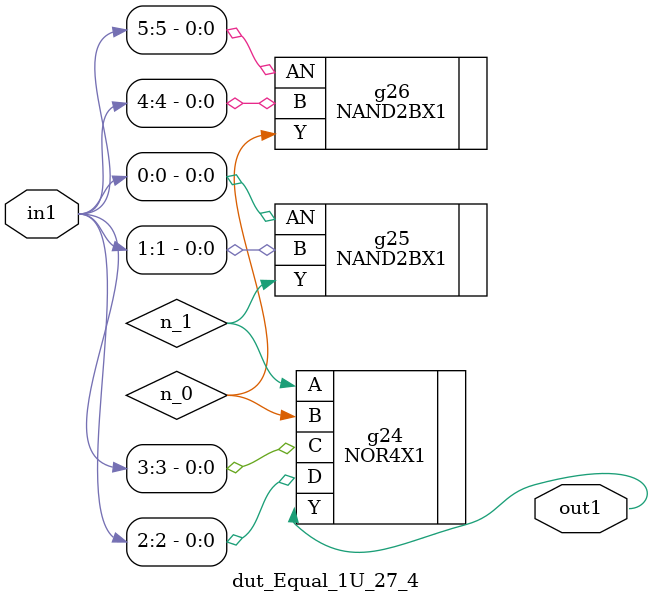
<source format=v>
`timescale 1ps / 1ps


module dut_Equal_1U_27_4(in1, out1);
  input [5:0] in1;
  output out1;
  wire [5:0] in1;
  wire out1;
  wire n_0, n_1;
  NOR4X1 g24(.A (n_1), .B (n_0), .C (in1[3]), .D (in1[2]), .Y (out1));
  NAND2BX1 g25(.AN (in1[0]), .B (in1[1]), .Y (n_1));
  NAND2BX1 g26(.AN (in1[5]), .B (in1[4]), .Y (n_0));
endmodule



</source>
